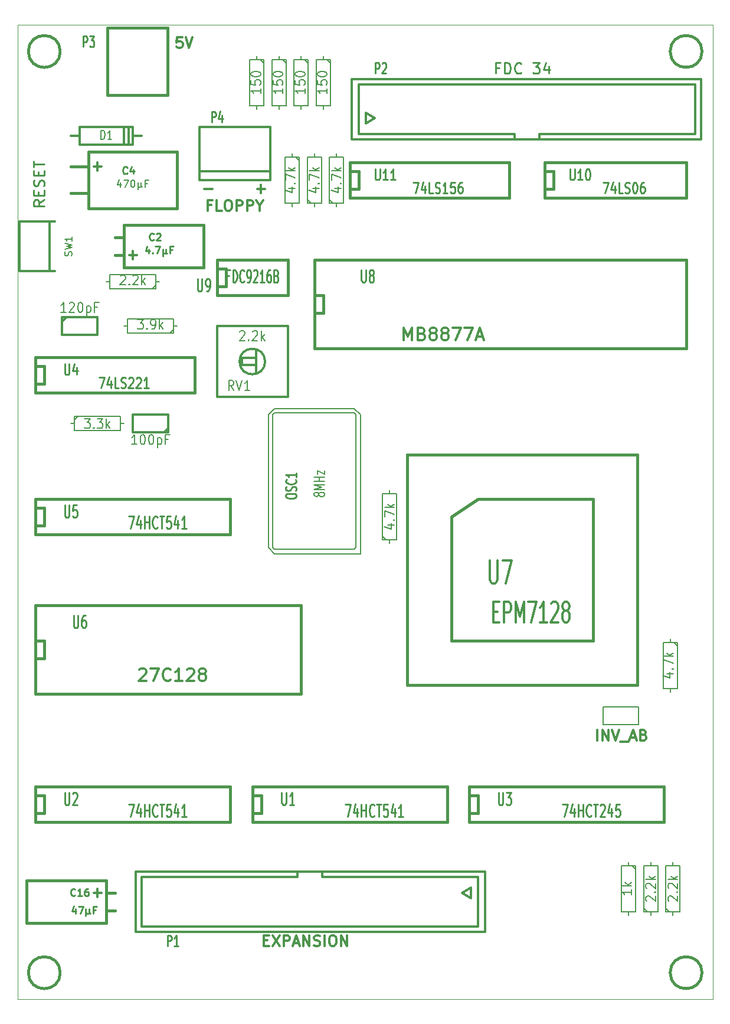
<source format=gto>
G04 (created by PCBNEW (2013-07-07 BZR 4022)-stable) date 19/03/2022 16:48:30*
%MOIN*%
G04 Gerber Fmt 3.4, Leading zero omitted, Abs format*
%FSLAX34Y34*%
G01*
G70*
G90*
G04 APERTURE LIST*
%ADD10C,0.00590551*%
%ADD11C,0.011811*%
%ADD12C,0.00393701*%
%ADD13C,0.015748*%
%ADD14C,0.015*%
%ADD15C,0.012*%
%ADD16C,0.008*%
%ADD17C,0.00787402*%
%ADD18C,0.006*%
%ADD19C,0.01*%
%ADD20C,0.01125*%
%ADD21C,0.00913386*%
G04 APERTURE END LIST*
G54D10*
G54D11*
X9287Y54301D02*
X9006Y54301D01*
X8978Y54020D01*
X9006Y54048D01*
X9062Y54076D01*
X9203Y54076D01*
X9259Y54048D01*
X9287Y54020D01*
X9315Y53964D01*
X9315Y53823D01*
X9287Y53767D01*
X9259Y53739D01*
X9203Y53710D01*
X9062Y53710D01*
X9006Y53739D01*
X8978Y53767D01*
X9484Y54301D02*
X9681Y53710D01*
X9878Y54301D01*
X10534Y45735D02*
X10984Y45735D01*
X13515Y45735D02*
X13965Y45735D01*
X13740Y45510D02*
X13740Y45960D01*
G54D12*
X39250Y55000D02*
X0Y55000D01*
X0Y0D02*
X39250Y0D01*
X0Y0D02*
X0Y55000D01*
X39250Y55000D02*
X39250Y0D01*
G54D13*
X8450Y51050D02*
X8450Y54850D01*
X5050Y54850D02*
X5050Y51050D01*
G54D14*
X8450Y54850D02*
X5050Y54850D01*
X8450Y51050D02*
X5050Y51050D01*
G54D11*
X2100Y41100D02*
X100Y41100D01*
X2100Y43900D02*
X100Y43900D01*
X100Y43900D02*
X100Y41100D01*
X1800Y43900D02*
X1800Y41100D01*
X26400Y3800D02*
X6650Y3800D01*
X6650Y7200D02*
X26400Y7200D01*
X6650Y3800D02*
X6650Y7200D01*
X26400Y3800D02*
X26400Y7200D01*
G54D15*
X25100Y6000D02*
X25600Y5700D01*
X25600Y5700D02*
X25600Y6300D01*
X25600Y6300D02*
X25100Y6000D01*
X17200Y7200D02*
X17200Y6900D01*
X17200Y6900D02*
X26000Y6900D01*
X26000Y6900D02*
X26000Y4100D01*
X26000Y4100D02*
X7000Y4100D01*
X7000Y4100D02*
X7000Y6900D01*
X7000Y6900D02*
X15800Y6900D01*
X15800Y6900D02*
X15800Y7200D01*
G54D11*
X18850Y51950D02*
X38600Y51950D01*
X38600Y48550D02*
X18850Y48550D01*
X38600Y51950D02*
X38600Y48550D01*
X18850Y51950D02*
X18850Y48550D01*
G54D15*
X20150Y49750D02*
X19650Y50050D01*
X19650Y50050D02*
X19650Y49450D01*
X19650Y49450D02*
X20150Y49750D01*
X28050Y48550D02*
X28050Y48850D01*
X28050Y48850D02*
X19250Y48850D01*
X19250Y48850D02*
X19250Y51650D01*
X19250Y51650D02*
X38250Y51650D01*
X38250Y51650D02*
X38250Y48850D01*
X38250Y48850D02*
X29450Y48850D01*
X29450Y48850D02*
X29450Y48550D01*
G54D16*
X16750Y44750D02*
X16750Y44950D01*
X16750Y47750D02*
X16750Y47550D01*
X16750Y47550D02*
X16350Y47550D01*
X16350Y47550D02*
X16350Y44950D01*
X16350Y44950D02*
X17150Y44950D01*
X17150Y44950D02*
X17150Y47550D01*
X17150Y47550D02*
X16750Y47550D01*
X16550Y44950D02*
X16350Y45150D01*
X9000Y38000D02*
X8800Y38000D01*
X6000Y38000D02*
X6200Y38000D01*
X6200Y38000D02*
X6200Y37600D01*
X6200Y37600D02*
X8800Y37600D01*
X8800Y37600D02*
X8800Y38400D01*
X8800Y38400D02*
X6200Y38400D01*
X6200Y38400D02*
X6200Y38000D01*
X8800Y37800D02*
X8600Y37600D01*
X3000Y32500D02*
X3200Y32500D01*
X6000Y32500D02*
X5800Y32500D01*
X5800Y32500D02*
X5800Y32900D01*
X5800Y32900D02*
X3200Y32900D01*
X3200Y32900D02*
X3200Y32100D01*
X3200Y32100D02*
X5800Y32100D01*
X5800Y32100D02*
X5800Y32500D01*
X3200Y32700D02*
X3400Y32900D01*
X8000Y40500D02*
X7800Y40500D01*
X5000Y40500D02*
X5200Y40500D01*
X5200Y40500D02*
X5200Y40100D01*
X5200Y40100D02*
X7800Y40100D01*
X7800Y40100D02*
X7800Y40900D01*
X7800Y40900D02*
X5200Y40900D01*
X5200Y40900D02*
X5200Y40500D01*
X7800Y40300D02*
X7600Y40100D01*
X13500Y53250D02*
X13500Y53050D01*
X13500Y50250D02*
X13500Y50450D01*
X13500Y50450D02*
X13900Y50450D01*
X13900Y50450D02*
X13900Y53050D01*
X13900Y53050D02*
X13100Y53050D01*
X13100Y53050D02*
X13100Y50450D01*
X13100Y50450D02*
X13500Y50450D01*
X13700Y53050D02*
X13900Y52850D01*
X14750Y53250D02*
X14750Y53050D01*
X14750Y50250D02*
X14750Y50450D01*
X14750Y50450D02*
X15150Y50450D01*
X15150Y50450D02*
X15150Y53050D01*
X15150Y53050D02*
X14350Y53050D01*
X14350Y53050D02*
X14350Y50450D01*
X14350Y50450D02*
X14750Y50450D01*
X14950Y53050D02*
X15150Y52850D01*
X16000Y53250D02*
X16000Y53050D01*
X16000Y50250D02*
X16000Y50450D01*
X16000Y50450D02*
X16400Y50450D01*
X16400Y50450D02*
X16400Y53050D01*
X16400Y53050D02*
X15600Y53050D01*
X15600Y53050D02*
X15600Y50450D01*
X15600Y50450D02*
X16000Y50450D01*
X16200Y53050D02*
X16400Y52850D01*
X17250Y53250D02*
X17250Y53050D01*
X17250Y50250D02*
X17250Y50450D01*
X17250Y50450D02*
X17650Y50450D01*
X17650Y50450D02*
X17650Y53050D01*
X17650Y53050D02*
X16850Y53050D01*
X16850Y53050D02*
X16850Y50450D01*
X16850Y50450D02*
X17250Y50450D01*
X17450Y53050D02*
X17650Y52850D01*
G54D14*
X26000Y28250D02*
X24500Y27250D01*
X24500Y27250D02*
X24500Y20250D01*
X24500Y20250D02*
X32500Y20250D01*
X32500Y20250D02*
X32500Y28250D01*
X35000Y30750D02*
X22000Y30750D01*
X22000Y30750D02*
X22000Y17750D01*
X22000Y17750D02*
X35000Y17750D01*
X35000Y17750D02*
X35000Y30750D01*
X32500Y28250D02*
X26000Y28250D01*
X11250Y41250D02*
X11750Y41250D01*
X11750Y41250D02*
X11750Y40250D01*
X11750Y40250D02*
X11250Y40250D01*
X11250Y41750D02*
X15250Y41750D01*
X15250Y41750D02*
X15250Y39750D01*
X15250Y39750D02*
X11250Y39750D01*
X11250Y39750D02*
X11250Y41750D01*
X16750Y39750D02*
X17250Y39750D01*
X17250Y39750D02*
X17250Y38750D01*
X17250Y38750D02*
X16750Y38750D01*
X16750Y41750D02*
X37750Y41750D01*
X37750Y41750D02*
X37750Y36750D01*
X37750Y36750D02*
X16750Y36750D01*
X16750Y36750D02*
X16750Y41750D01*
X1000Y20250D02*
X1000Y20250D01*
X1000Y20250D02*
X1500Y20250D01*
X1500Y20250D02*
X1500Y19250D01*
X1500Y19250D02*
X1000Y19250D01*
X1000Y22250D02*
X16000Y22250D01*
X16000Y22250D02*
X16000Y17250D01*
X16000Y17250D02*
X1000Y17250D01*
X1000Y17250D02*
X1000Y22250D01*
X25500Y11500D02*
X26000Y11500D01*
X26000Y11500D02*
X26000Y10500D01*
X26000Y10500D02*
X25500Y10500D01*
X25500Y12000D02*
X36500Y12000D01*
X36500Y12000D02*
X36500Y10000D01*
X36500Y10000D02*
X25500Y10000D01*
X25500Y10000D02*
X25500Y12000D01*
X1000Y11500D02*
X1500Y11500D01*
X1500Y11500D02*
X1500Y10500D01*
X1500Y10500D02*
X1000Y10500D01*
X1000Y12000D02*
X12000Y12000D01*
X12000Y12000D02*
X12000Y10000D01*
X12000Y10000D02*
X1000Y10000D01*
X1000Y10000D02*
X1000Y12000D01*
X13250Y11500D02*
X13750Y11500D01*
X13750Y11500D02*
X13750Y10500D01*
X13750Y10500D02*
X13250Y10500D01*
X13250Y12000D02*
X24250Y12000D01*
X24250Y12000D02*
X24250Y10000D01*
X24250Y10000D02*
X13250Y10000D01*
X13250Y10000D02*
X13250Y12000D01*
X1000Y27750D02*
X1500Y27750D01*
X1500Y27750D02*
X1500Y26750D01*
X1500Y26750D02*
X1000Y26750D01*
X1000Y28250D02*
X12000Y28250D01*
X12000Y28250D02*
X12000Y26250D01*
X12000Y26250D02*
X1000Y26250D01*
X1000Y26250D02*
X1000Y28250D01*
X18750Y46750D02*
X18750Y46750D01*
X18750Y46750D02*
X19250Y46750D01*
X19250Y46750D02*
X19250Y45750D01*
X19250Y45750D02*
X18750Y45750D01*
X18750Y47250D02*
X27750Y47250D01*
X27750Y47250D02*
X27750Y45250D01*
X27750Y45250D02*
X18750Y45250D01*
X18750Y45250D02*
X18750Y47250D01*
X1000Y35750D02*
X1000Y35750D01*
X1000Y35750D02*
X1500Y35750D01*
X1500Y35750D02*
X1500Y34750D01*
X1500Y34750D02*
X1000Y34750D01*
X1000Y36250D02*
X10000Y36250D01*
X10000Y36250D02*
X10000Y34250D01*
X10000Y34250D02*
X1000Y34250D01*
X1000Y34250D02*
X1000Y36250D01*
X29750Y47250D02*
X37750Y47250D01*
X37750Y45250D02*
X29750Y45250D01*
X29750Y45250D02*
X29750Y47250D01*
X29750Y46750D02*
X30250Y46750D01*
X30250Y46750D02*
X30250Y45750D01*
X30250Y45750D02*
X29750Y45750D01*
X37750Y47250D02*
X37750Y45250D01*
X10500Y41300D02*
X10500Y43700D01*
X6000Y41300D02*
X6000Y43700D01*
X10500Y41300D02*
X6000Y41300D01*
X6000Y43700D02*
X10500Y43700D01*
X5500Y42000D02*
X6000Y42000D01*
X5500Y43000D02*
X6000Y43000D01*
G54D15*
X8480Y32000D02*
X6500Y32000D01*
X6500Y32000D02*
X6500Y33000D01*
X6500Y33000D02*
X8500Y33000D01*
X8500Y33000D02*
X8500Y32000D01*
X8500Y32250D02*
X8250Y32000D01*
X2520Y38500D02*
X4500Y38500D01*
X4500Y38500D02*
X4500Y37500D01*
X4500Y37500D02*
X2500Y37500D01*
X2500Y37500D02*
X2500Y38500D01*
X2500Y38250D02*
X2750Y38500D01*
G54D17*
X14150Y33000D02*
X14150Y29950D01*
X19350Y33000D02*
X19350Y29950D01*
X19100Y30000D02*
X19100Y33000D01*
X14400Y33000D02*
X14400Y30000D01*
G54D16*
X14400Y25500D02*
X14500Y25400D01*
X14500Y25400D02*
X19000Y25400D01*
X19000Y25400D02*
X19100Y25500D01*
X19100Y25500D02*
X19100Y30000D01*
X19100Y33000D02*
X19000Y33100D01*
X19000Y33100D02*
X14500Y33100D01*
X14500Y33100D02*
X14400Y33000D01*
X14400Y30000D02*
X14400Y25500D01*
X14150Y25500D02*
X14500Y25150D01*
X14500Y25150D02*
X19350Y25150D01*
X19350Y25150D02*
X19350Y30000D01*
X19350Y33000D02*
X19000Y33350D01*
X19000Y33350D02*
X14500Y33350D01*
X14500Y33350D02*
X14150Y33000D01*
X14150Y30000D02*
X14150Y25500D01*
X18000Y44750D02*
X18000Y44950D01*
X18000Y47750D02*
X18000Y47550D01*
X18000Y47550D02*
X17600Y47550D01*
X17600Y47550D02*
X17600Y44950D01*
X17600Y44950D02*
X18400Y44950D01*
X18400Y44950D02*
X18400Y47550D01*
X18400Y47550D02*
X18000Y47550D01*
X17800Y44950D02*
X17600Y45150D01*
G54D15*
X3500Y49250D02*
X6500Y49250D01*
X6500Y49250D02*
X6500Y48250D01*
X6500Y48250D02*
X3500Y48250D01*
X3500Y48250D02*
X3500Y49250D01*
X6250Y49250D02*
X6250Y48250D01*
X6000Y48250D02*
X6000Y49250D01*
X3500Y48750D02*
X3000Y48750D01*
X6500Y48750D02*
X7000Y48750D01*
G54D14*
X9000Y44650D02*
X9000Y47850D01*
X4000Y47850D02*
X4000Y44650D01*
X4000Y44650D02*
X9000Y44650D01*
X4000Y47850D02*
X9000Y47850D01*
X3000Y45500D02*
X4000Y45500D01*
X3000Y47000D02*
X4000Y47000D01*
G54D11*
X13450Y35800D02*
X12650Y35800D01*
X12650Y35800D02*
X12650Y36200D01*
X12650Y36200D02*
X13450Y36200D01*
X13450Y35400D02*
X13450Y36600D01*
X13971Y36000D02*
G75*
G03X13971Y36000I-721J0D01*
G74*
G01*
X15250Y34000D02*
X15250Y38000D01*
X15250Y38000D02*
X11250Y38000D01*
X11250Y38000D02*
X11250Y34000D01*
X11250Y34000D02*
X15250Y34000D01*
G54D15*
X14250Y46750D02*
X10250Y46750D01*
X14250Y46250D02*
X14250Y49250D01*
X14250Y49250D02*
X10250Y49250D01*
X10250Y49250D02*
X10250Y46250D01*
X10250Y46250D02*
X14250Y46250D01*
G54D14*
X2400Y53500D02*
G75*
G03X2400Y53500I-900J0D01*
G74*
G01*
X38650Y53500D02*
G75*
G03X38650Y53500I-900J0D01*
G74*
G01*
X38650Y1500D02*
G75*
G03X38650Y1500I-900J0D01*
G74*
G01*
X2400Y1500D02*
G75*
G03X2400Y1500I-900J0D01*
G74*
G01*
G54D16*
X35750Y4750D02*
X35750Y4950D01*
X35750Y7750D02*
X35750Y7550D01*
X35750Y7550D02*
X35350Y7550D01*
X35350Y7550D02*
X35350Y4950D01*
X35350Y4950D02*
X36150Y4950D01*
X36150Y4950D02*
X36150Y7550D01*
X36150Y7550D02*
X35750Y7550D01*
X35550Y4950D02*
X35350Y5150D01*
X37000Y4750D02*
X37000Y4950D01*
X37000Y7750D02*
X37000Y7550D01*
X37000Y7550D02*
X36600Y7550D01*
X36600Y7550D02*
X36600Y4950D01*
X36600Y4950D02*
X37400Y4950D01*
X37400Y4950D02*
X37400Y7550D01*
X37400Y7550D02*
X37000Y7550D01*
X36800Y4950D02*
X36600Y5150D01*
X34500Y7750D02*
X34500Y7550D01*
X34500Y4750D02*
X34500Y4950D01*
X34500Y4950D02*
X34900Y4950D01*
X34900Y4950D02*
X34900Y7550D01*
X34900Y7550D02*
X34100Y7550D01*
X34100Y7550D02*
X34100Y4950D01*
X34100Y4950D02*
X34500Y4950D01*
X34700Y7550D02*
X34900Y7350D01*
G54D14*
X500Y6700D02*
X500Y4300D01*
X5000Y6700D02*
X5000Y4300D01*
X500Y6700D02*
X5000Y6700D01*
X5000Y4300D02*
X500Y4300D01*
X5500Y6000D02*
X5000Y6000D01*
X5500Y5000D02*
X5000Y5000D01*
G54D16*
X21000Y25750D02*
X21000Y25950D01*
X21000Y28750D02*
X21000Y28550D01*
X21000Y28550D02*
X20600Y28550D01*
X20600Y28550D02*
X20600Y25950D01*
X20600Y25950D02*
X21400Y25950D01*
X21400Y25950D02*
X21400Y28550D01*
X21400Y28550D02*
X21000Y28550D01*
X20800Y25950D02*
X20600Y26150D01*
X15500Y47750D02*
X15500Y47550D01*
X15500Y44750D02*
X15500Y44950D01*
X15500Y44950D02*
X15900Y44950D01*
X15900Y44950D02*
X15900Y47550D01*
X15900Y47550D02*
X15100Y47550D01*
X15100Y47550D02*
X15100Y44950D01*
X15100Y44950D02*
X15500Y44950D01*
X15700Y47550D02*
X15900Y47350D01*
X36850Y20350D02*
X36850Y20150D01*
X36850Y17350D02*
X36850Y17550D01*
X36850Y17550D02*
X37250Y17550D01*
X37250Y17550D02*
X37250Y20150D01*
X37250Y20150D02*
X36450Y20150D01*
X36450Y20150D02*
X36450Y17550D01*
X36450Y17550D02*
X36850Y17550D01*
X37050Y20150D02*
X37250Y19950D01*
G54D18*
X35050Y16500D02*
X35050Y15500D01*
X35050Y15500D02*
X33050Y15500D01*
X33050Y15500D02*
X33050Y16500D01*
X33050Y16500D02*
X35050Y16500D01*
G54D19*
X3704Y53757D02*
X3704Y54357D01*
X3857Y54357D01*
X3895Y54328D01*
X3914Y54300D01*
X3933Y54242D01*
X3933Y54157D01*
X3914Y54100D01*
X3895Y54071D01*
X3857Y54042D01*
X3704Y54042D01*
X4066Y54357D02*
X4314Y54357D01*
X4180Y54128D01*
X4238Y54128D01*
X4276Y54100D01*
X4295Y54071D01*
X4314Y54014D01*
X4314Y53871D01*
X4295Y53814D01*
X4276Y53785D01*
X4238Y53757D01*
X4123Y53757D01*
X4085Y53785D01*
X4066Y53814D01*
G54D16*
X3042Y41966D02*
X3061Y42023D01*
X3061Y42119D01*
X3042Y42157D01*
X3023Y42176D01*
X2985Y42195D01*
X2947Y42195D01*
X2909Y42176D01*
X2890Y42157D01*
X2871Y42119D01*
X2852Y42042D01*
X2833Y42004D01*
X2814Y41985D01*
X2776Y41966D01*
X2738Y41966D01*
X2700Y41985D01*
X2680Y42004D01*
X2661Y42042D01*
X2661Y42138D01*
X2680Y42195D01*
X2661Y42328D02*
X3061Y42423D01*
X2776Y42500D01*
X3061Y42576D01*
X2661Y42671D01*
X3061Y43033D02*
X3061Y42804D01*
X3061Y42919D02*
X2661Y42919D01*
X2719Y42880D01*
X2757Y42842D01*
X2776Y42804D01*
G54D19*
X1492Y45128D02*
X1207Y44928D01*
X1492Y44785D02*
X892Y44785D01*
X892Y45014D01*
X921Y45071D01*
X950Y45100D01*
X1007Y45128D01*
X1092Y45128D01*
X1150Y45100D01*
X1178Y45071D01*
X1207Y45014D01*
X1207Y44785D01*
X1178Y45385D02*
X1178Y45585D01*
X1492Y45671D02*
X1492Y45385D01*
X892Y45385D01*
X892Y45671D01*
X1464Y45900D02*
X1492Y45985D01*
X1492Y46128D01*
X1464Y46185D01*
X1435Y46214D01*
X1378Y46242D01*
X1321Y46242D01*
X1264Y46214D01*
X1235Y46185D01*
X1207Y46128D01*
X1178Y46014D01*
X1150Y45957D01*
X1121Y45928D01*
X1064Y45900D01*
X1007Y45900D01*
X950Y45928D01*
X921Y45957D01*
X892Y46014D01*
X892Y46157D01*
X921Y46242D01*
X1178Y46500D02*
X1178Y46700D01*
X1492Y46785D02*
X1492Y46500D01*
X892Y46500D01*
X892Y46785D01*
X892Y46957D02*
X892Y47300D01*
X1492Y47128D02*
X892Y47128D01*
X8454Y3007D02*
X8454Y3607D01*
X8607Y3607D01*
X8645Y3578D01*
X8664Y3550D01*
X8683Y3492D01*
X8683Y3407D01*
X8664Y3350D01*
X8645Y3321D01*
X8607Y3292D01*
X8454Y3292D01*
X9064Y3007D02*
X8835Y3007D01*
X8950Y3007D02*
X8950Y3607D01*
X8911Y3521D01*
X8873Y3464D01*
X8835Y3435D01*
G54D15*
X13907Y3321D02*
X14107Y3321D01*
X14192Y3007D02*
X13907Y3007D01*
X13907Y3607D01*
X14192Y3607D01*
X14392Y3607D02*
X14792Y3007D01*
X14792Y3607D02*
X14392Y3007D01*
X15021Y3007D02*
X15021Y3607D01*
X15250Y3607D01*
X15307Y3578D01*
X15335Y3550D01*
X15364Y3492D01*
X15364Y3407D01*
X15335Y3350D01*
X15307Y3321D01*
X15250Y3292D01*
X15021Y3292D01*
X15592Y3178D02*
X15878Y3178D01*
X15535Y3007D02*
X15735Y3607D01*
X15935Y3007D01*
X16135Y3007D02*
X16135Y3607D01*
X16478Y3007D01*
X16478Y3607D01*
X16735Y3035D02*
X16821Y3007D01*
X16964Y3007D01*
X17021Y3035D01*
X17050Y3064D01*
X17078Y3121D01*
X17078Y3178D01*
X17050Y3235D01*
X17021Y3264D01*
X16964Y3292D01*
X16850Y3321D01*
X16792Y3350D01*
X16764Y3378D01*
X16735Y3435D01*
X16735Y3492D01*
X16764Y3550D01*
X16792Y3578D01*
X16850Y3607D01*
X16992Y3607D01*
X17078Y3578D01*
X17335Y3007D02*
X17335Y3607D01*
X17735Y3607D02*
X17850Y3607D01*
X17907Y3578D01*
X17964Y3521D01*
X17992Y3407D01*
X17992Y3207D01*
X17964Y3092D01*
X17907Y3035D01*
X17850Y3007D01*
X17735Y3007D01*
X17678Y3035D01*
X17621Y3092D01*
X17592Y3207D01*
X17592Y3407D01*
X17621Y3521D01*
X17678Y3578D01*
X17735Y3607D01*
X18250Y3007D02*
X18250Y3607D01*
X18592Y3007D01*
X18592Y3607D01*
G54D19*
X20204Y52257D02*
X20204Y52857D01*
X20357Y52857D01*
X20395Y52828D01*
X20414Y52800D01*
X20433Y52742D01*
X20433Y52657D01*
X20414Y52600D01*
X20395Y52571D01*
X20357Y52542D01*
X20204Y52542D01*
X20585Y52800D02*
X20604Y52828D01*
X20642Y52857D01*
X20738Y52857D01*
X20776Y52828D01*
X20795Y52800D01*
X20814Y52742D01*
X20814Y52685D01*
X20795Y52600D01*
X20566Y52257D01*
X20814Y52257D01*
X27185Y52571D02*
X26985Y52571D01*
X26985Y52257D02*
X26985Y52857D01*
X27271Y52857D01*
X27500Y52257D02*
X27500Y52857D01*
X27642Y52857D01*
X27728Y52828D01*
X27785Y52771D01*
X27814Y52714D01*
X27842Y52600D01*
X27842Y52514D01*
X27814Y52400D01*
X27785Y52342D01*
X27728Y52285D01*
X27642Y52257D01*
X27500Y52257D01*
X28442Y52314D02*
X28414Y52285D01*
X28328Y52257D01*
X28271Y52257D01*
X28185Y52285D01*
X28128Y52342D01*
X28100Y52400D01*
X28071Y52514D01*
X28071Y52600D01*
X28100Y52714D01*
X28128Y52771D01*
X28185Y52828D01*
X28271Y52857D01*
X28328Y52857D01*
X28414Y52828D01*
X28442Y52800D01*
X29100Y52857D02*
X29471Y52857D01*
X29271Y52628D01*
X29357Y52628D01*
X29414Y52600D01*
X29442Y52571D01*
X29471Y52514D01*
X29471Y52371D01*
X29442Y52314D01*
X29414Y52285D01*
X29357Y52257D01*
X29185Y52257D01*
X29128Y52285D01*
X29100Y52314D01*
X29985Y52657D02*
X29985Y52257D01*
X29842Y52885D02*
X29700Y52457D01*
X30071Y52457D01*
G54D16*
X16655Y45785D02*
X17022Y45785D01*
X16446Y45666D02*
X16839Y45547D01*
X16839Y45857D01*
X16970Y46047D02*
X16996Y46071D01*
X17022Y46047D01*
X16996Y46023D01*
X16970Y46047D01*
X17022Y46047D01*
X16472Y46238D02*
X16472Y46571D01*
X17022Y46357D01*
X17022Y46761D02*
X16472Y46761D01*
X16813Y46809D02*
X17022Y46952D01*
X16655Y46952D02*
X16865Y46761D01*
X6773Y38377D02*
X7083Y38377D01*
X6916Y38167D01*
X6988Y38167D01*
X7035Y38141D01*
X7059Y38115D01*
X7083Y38063D01*
X7083Y37932D01*
X7059Y37879D01*
X7035Y37853D01*
X6988Y37827D01*
X6845Y37827D01*
X6797Y37853D01*
X6773Y37879D01*
X7297Y37879D02*
X7321Y37853D01*
X7297Y37827D01*
X7273Y37853D01*
X7297Y37879D01*
X7297Y37827D01*
X7559Y37827D02*
X7654Y37827D01*
X7702Y37853D01*
X7726Y37879D01*
X7773Y37958D01*
X7797Y38063D01*
X7797Y38272D01*
X7773Y38325D01*
X7750Y38351D01*
X7702Y38377D01*
X7607Y38377D01*
X7559Y38351D01*
X7535Y38325D01*
X7511Y38272D01*
X7511Y38141D01*
X7535Y38089D01*
X7559Y38063D01*
X7607Y38036D01*
X7702Y38036D01*
X7750Y38063D01*
X7773Y38089D01*
X7797Y38141D01*
X8011Y37827D02*
X8011Y38377D01*
X8059Y38036D02*
X8202Y37827D01*
X8202Y38194D02*
X8011Y37984D01*
X3773Y32777D02*
X4083Y32777D01*
X3916Y32567D01*
X3988Y32567D01*
X4035Y32541D01*
X4059Y32515D01*
X4083Y32463D01*
X4083Y32332D01*
X4059Y32279D01*
X4035Y32253D01*
X3988Y32227D01*
X3845Y32227D01*
X3797Y32253D01*
X3773Y32279D01*
X4297Y32279D02*
X4321Y32253D01*
X4297Y32227D01*
X4273Y32253D01*
X4297Y32279D01*
X4297Y32227D01*
X4488Y32777D02*
X4797Y32777D01*
X4630Y32567D01*
X4702Y32567D01*
X4750Y32541D01*
X4773Y32515D01*
X4797Y32463D01*
X4797Y32332D01*
X4773Y32279D01*
X4750Y32253D01*
X4702Y32227D01*
X4559Y32227D01*
X4511Y32253D01*
X4488Y32279D01*
X5011Y32227D02*
X5011Y32777D01*
X5059Y32436D02*
X5202Y32227D01*
X5202Y32594D02*
X5011Y32384D01*
X5797Y40825D02*
X5821Y40851D01*
X5869Y40877D01*
X5988Y40877D01*
X6035Y40851D01*
X6059Y40825D01*
X6083Y40772D01*
X6083Y40720D01*
X6059Y40641D01*
X5773Y40327D01*
X6083Y40327D01*
X6297Y40379D02*
X6321Y40353D01*
X6297Y40327D01*
X6273Y40353D01*
X6297Y40379D01*
X6297Y40327D01*
X6511Y40825D02*
X6535Y40851D01*
X6583Y40877D01*
X6702Y40877D01*
X6750Y40851D01*
X6773Y40825D01*
X6797Y40772D01*
X6797Y40720D01*
X6773Y40641D01*
X6488Y40327D01*
X6797Y40327D01*
X7011Y40327D02*
X7011Y40877D01*
X7059Y40536D02*
X7202Y40327D01*
X7202Y40694D02*
X7011Y40484D01*
X13722Y51416D02*
X13722Y51130D01*
X13722Y51273D02*
X13172Y51273D01*
X13251Y51226D01*
X13303Y51178D01*
X13329Y51130D01*
X13172Y51869D02*
X13172Y51630D01*
X13434Y51607D01*
X13408Y51630D01*
X13382Y51678D01*
X13382Y51797D01*
X13408Y51845D01*
X13434Y51869D01*
X13486Y51892D01*
X13617Y51892D01*
X13670Y51869D01*
X13696Y51845D01*
X13722Y51797D01*
X13722Y51678D01*
X13696Y51630D01*
X13670Y51607D01*
X13172Y52202D02*
X13172Y52250D01*
X13198Y52297D01*
X13225Y52321D01*
X13277Y52345D01*
X13382Y52369D01*
X13513Y52369D01*
X13617Y52345D01*
X13670Y52321D01*
X13696Y52297D01*
X13722Y52250D01*
X13722Y52202D01*
X13696Y52154D01*
X13670Y52130D01*
X13617Y52107D01*
X13513Y52083D01*
X13382Y52083D01*
X13277Y52107D01*
X13225Y52130D01*
X13198Y52154D01*
X13172Y52202D01*
X14972Y51416D02*
X14972Y51130D01*
X14972Y51273D02*
X14422Y51273D01*
X14501Y51226D01*
X14553Y51178D01*
X14579Y51130D01*
X14422Y51869D02*
X14422Y51630D01*
X14684Y51607D01*
X14658Y51630D01*
X14632Y51678D01*
X14632Y51797D01*
X14658Y51845D01*
X14684Y51869D01*
X14736Y51892D01*
X14867Y51892D01*
X14920Y51869D01*
X14946Y51845D01*
X14972Y51797D01*
X14972Y51678D01*
X14946Y51630D01*
X14920Y51607D01*
X14422Y52202D02*
X14422Y52250D01*
X14448Y52297D01*
X14475Y52321D01*
X14527Y52345D01*
X14632Y52369D01*
X14763Y52369D01*
X14867Y52345D01*
X14920Y52321D01*
X14946Y52297D01*
X14972Y52250D01*
X14972Y52202D01*
X14946Y52154D01*
X14920Y52130D01*
X14867Y52107D01*
X14763Y52083D01*
X14632Y52083D01*
X14527Y52107D01*
X14475Y52130D01*
X14448Y52154D01*
X14422Y52202D01*
X16222Y51416D02*
X16222Y51130D01*
X16222Y51273D02*
X15672Y51273D01*
X15751Y51226D01*
X15803Y51178D01*
X15829Y51130D01*
X15672Y51869D02*
X15672Y51630D01*
X15934Y51607D01*
X15908Y51630D01*
X15882Y51678D01*
X15882Y51797D01*
X15908Y51845D01*
X15934Y51869D01*
X15986Y51892D01*
X16117Y51892D01*
X16170Y51869D01*
X16196Y51845D01*
X16222Y51797D01*
X16222Y51678D01*
X16196Y51630D01*
X16170Y51607D01*
X15672Y52202D02*
X15672Y52250D01*
X15698Y52297D01*
X15725Y52321D01*
X15777Y52345D01*
X15882Y52369D01*
X16013Y52369D01*
X16117Y52345D01*
X16170Y52321D01*
X16196Y52297D01*
X16222Y52250D01*
X16222Y52202D01*
X16196Y52154D01*
X16170Y52130D01*
X16117Y52107D01*
X16013Y52083D01*
X15882Y52083D01*
X15777Y52107D01*
X15725Y52130D01*
X15698Y52154D01*
X15672Y52202D01*
X17472Y51416D02*
X17472Y51130D01*
X17472Y51273D02*
X16922Y51273D01*
X17001Y51226D01*
X17053Y51178D01*
X17079Y51130D01*
X16922Y51869D02*
X16922Y51630D01*
X17184Y51607D01*
X17158Y51630D01*
X17132Y51678D01*
X17132Y51797D01*
X17158Y51845D01*
X17184Y51869D01*
X17236Y51892D01*
X17367Y51892D01*
X17420Y51869D01*
X17446Y51845D01*
X17472Y51797D01*
X17472Y51678D01*
X17446Y51630D01*
X17420Y51607D01*
X16922Y52202D02*
X16922Y52250D01*
X16948Y52297D01*
X16975Y52321D01*
X17027Y52345D01*
X17132Y52369D01*
X17263Y52369D01*
X17367Y52345D01*
X17420Y52321D01*
X17446Y52297D01*
X17472Y52250D01*
X17472Y52202D01*
X17446Y52154D01*
X17420Y52130D01*
X17367Y52107D01*
X17263Y52083D01*
X17132Y52083D01*
X17027Y52107D01*
X16975Y52130D01*
X16948Y52154D01*
X16922Y52202D01*
G54D15*
X26665Y24782D02*
X26665Y23718D01*
X26702Y23593D01*
X26738Y23530D01*
X26811Y23468D01*
X26957Y23468D01*
X27030Y23530D01*
X27067Y23593D01*
X27103Y23718D01*
X27103Y24782D01*
X27396Y24782D02*
X27907Y24782D01*
X27578Y23468D01*
X26868Y21886D02*
X27091Y21886D01*
X27186Y21286D02*
X26868Y21286D01*
X26868Y22430D01*
X27186Y22430D01*
X27473Y21286D02*
X27473Y22430D01*
X27727Y22430D01*
X27791Y22376D01*
X27823Y22322D01*
X27854Y22213D01*
X27854Y22049D01*
X27823Y21940D01*
X27791Y21886D01*
X27727Y21831D01*
X27473Y21831D01*
X28141Y21286D02*
X28141Y22430D01*
X28363Y21613D01*
X28586Y22430D01*
X28586Y21286D01*
X28840Y22430D02*
X29286Y22430D01*
X29000Y21286D01*
X29890Y21286D02*
X29508Y21286D01*
X29699Y21286D02*
X29699Y22430D01*
X29636Y22267D01*
X29572Y22158D01*
X29508Y22104D01*
X30145Y22322D02*
X30176Y22376D01*
X30240Y22430D01*
X30399Y22430D01*
X30463Y22376D01*
X30495Y22322D01*
X30526Y22213D01*
X30526Y22104D01*
X30495Y21940D01*
X30113Y21286D01*
X30526Y21286D01*
X30908Y21940D02*
X30844Y21995D01*
X30813Y22049D01*
X30781Y22158D01*
X30781Y22213D01*
X30813Y22322D01*
X30844Y22376D01*
X30908Y22430D01*
X31035Y22430D01*
X31099Y22376D01*
X31131Y22322D01*
X31163Y22213D01*
X31163Y22158D01*
X31131Y22049D01*
X31099Y21995D01*
X31035Y21940D01*
X30908Y21940D01*
X30844Y21886D01*
X30813Y21831D01*
X30781Y21722D01*
X30781Y21504D01*
X30813Y21395D01*
X30844Y21341D01*
X30908Y21286D01*
X31035Y21286D01*
X31099Y21341D01*
X31131Y21395D01*
X31163Y21504D01*
X31163Y21722D01*
X31131Y21831D01*
X31099Y21886D01*
X31035Y21940D01*
G54D20*
X10157Y40666D02*
X10157Y40100D01*
X10178Y40033D01*
X10200Y40000D01*
X10242Y39966D01*
X10328Y39966D01*
X10371Y40000D01*
X10392Y40033D01*
X10414Y40100D01*
X10414Y40666D01*
X10650Y39966D02*
X10735Y39966D01*
X10778Y40000D01*
X10800Y40033D01*
X10842Y40133D01*
X10864Y40266D01*
X10864Y40533D01*
X10842Y40600D01*
X10821Y40633D01*
X10778Y40666D01*
X10692Y40666D01*
X10650Y40633D01*
X10628Y40600D01*
X10607Y40533D01*
X10607Y40366D01*
X10628Y40300D01*
X10650Y40266D01*
X10692Y40233D01*
X10778Y40233D01*
X10821Y40266D01*
X10842Y40300D01*
X10864Y40366D01*
G54D15*
G54D19*
X11945Y40833D02*
X11811Y40833D01*
X11811Y40466D02*
X11811Y41166D01*
X12002Y41166D01*
X12154Y40466D02*
X12154Y41166D01*
X12250Y41166D01*
X12307Y41133D01*
X12345Y41066D01*
X12364Y41000D01*
X12383Y40866D01*
X12383Y40766D01*
X12364Y40633D01*
X12345Y40566D01*
X12307Y40500D01*
X12250Y40466D01*
X12154Y40466D01*
X12783Y40533D02*
X12764Y40500D01*
X12707Y40466D01*
X12669Y40466D01*
X12611Y40500D01*
X12573Y40566D01*
X12554Y40633D01*
X12535Y40766D01*
X12535Y40866D01*
X12554Y41000D01*
X12573Y41066D01*
X12611Y41133D01*
X12669Y41166D01*
X12707Y41166D01*
X12764Y41133D01*
X12783Y41100D01*
X12973Y40466D02*
X13050Y40466D01*
X13088Y40500D01*
X13107Y40533D01*
X13145Y40633D01*
X13164Y40766D01*
X13164Y41033D01*
X13145Y41100D01*
X13126Y41133D01*
X13088Y41166D01*
X13011Y41166D01*
X12973Y41133D01*
X12954Y41100D01*
X12935Y41033D01*
X12935Y40866D01*
X12954Y40800D01*
X12973Y40766D01*
X13011Y40733D01*
X13088Y40733D01*
X13126Y40766D01*
X13145Y40800D01*
X13164Y40866D01*
X13316Y41100D02*
X13335Y41133D01*
X13373Y41166D01*
X13469Y41166D01*
X13507Y41133D01*
X13526Y41100D01*
X13545Y41033D01*
X13545Y40966D01*
X13526Y40866D01*
X13297Y40466D01*
X13545Y40466D01*
X13926Y40466D02*
X13697Y40466D01*
X13811Y40466D02*
X13811Y41166D01*
X13773Y41066D01*
X13735Y41000D01*
X13697Y40966D01*
X14269Y41166D02*
X14192Y41166D01*
X14154Y41133D01*
X14135Y41100D01*
X14097Y41000D01*
X14078Y40866D01*
X14078Y40600D01*
X14097Y40533D01*
X14116Y40500D01*
X14154Y40466D01*
X14230Y40466D01*
X14269Y40500D01*
X14288Y40533D01*
X14307Y40600D01*
X14307Y40766D01*
X14288Y40833D01*
X14269Y40866D01*
X14230Y40900D01*
X14154Y40900D01*
X14116Y40866D01*
X14097Y40833D01*
X14078Y40766D01*
X14611Y40833D02*
X14669Y40800D01*
X14688Y40766D01*
X14707Y40700D01*
X14707Y40600D01*
X14688Y40533D01*
X14669Y40500D01*
X14630Y40466D01*
X14478Y40466D01*
X14478Y41166D01*
X14611Y41166D01*
X14650Y41133D01*
X14669Y41100D01*
X14688Y41033D01*
X14688Y40966D01*
X14669Y40900D01*
X14650Y40866D01*
X14611Y40833D01*
X14478Y40833D01*
G54D15*
G54D20*
X19407Y41166D02*
X19407Y40600D01*
X19428Y40533D01*
X19450Y40500D01*
X19492Y40466D01*
X19578Y40466D01*
X19621Y40500D01*
X19642Y40533D01*
X19664Y40600D01*
X19664Y41166D01*
X19942Y40866D02*
X19900Y40900D01*
X19878Y40933D01*
X19857Y41000D01*
X19857Y41033D01*
X19878Y41100D01*
X19900Y41133D01*
X19942Y41166D01*
X20028Y41166D01*
X20071Y41133D01*
X20092Y41100D01*
X20114Y41033D01*
X20114Y41000D01*
X20092Y40933D01*
X20071Y40900D01*
X20028Y40866D01*
X19942Y40866D01*
X19900Y40833D01*
X19878Y40800D01*
X19857Y40733D01*
X19857Y40600D01*
X19878Y40533D01*
X19900Y40500D01*
X19942Y40466D01*
X20028Y40466D01*
X20071Y40500D01*
X20092Y40533D01*
X20114Y40600D01*
X20114Y40733D01*
X20092Y40800D01*
X20071Y40833D01*
X20028Y40866D01*
G54D15*
X21783Y37216D02*
X21783Y37916D01*
X22016Y37416D01*
X22250Y37916D01*
X22250Y37216D01*
X22816Y37583D02*
X22916Y37550D01*
X22950Y37516D01*
X22983Y37450D01*
X22983Y37350D01*
X22950Y37283D01*
X22916Y37250D01*
X22850Y37216D01*
X22583Y37216D01*
X22583Y37916D01*
X22816Y37916D01*
X22883Y37883D01*
X22916Y37850D01*
X22950Y37783D01*
X22950Y37716D01*
X22916Y37650D01*
X22883Y37616D01*
X22816Y37583D01*
X22583Y37583D01*
X23383Y37616D02*
X23316Y37650D01*
X23283Y37683D01*
X23250Y37750D01*
X23250Y37783D01*
X23283Y37850D01*
X23316Y37883D01*
X23383Y37916D01*
X23516Y37916D01*
X23583Y37883D01*
X23616Y37850D01*
X23650Y37783D01*
X23650Y37750D01*
X23616Y37683D01*
X23583Y37650D01*
X23516Y37616D01*
X23383Y37616D01*
X23316Y37583D01*
X23283Y37550D01*
X23250Y37483D01*
X23250Y37350D01*
X23283Y37283D01*
X23316Y37250D01*
X23383Y37216D01*
X23516Y37216D01*
X23583Y37250D01*
X23616Y37283D01*
X23650Y37350D01*
X23650Y37483D01*
X23616Y37550D01*
X23583Y37583D01*
X23516Y37616D01*
X24050Y37616D02*
X23983Y37650D01*
X23950Y37683D01*
X23916Y37750D01*
X23916Y37783D01*
X23950Y37850D01*
X23983Y37883D01*
X24050Y37916D01*
X24183Y37916D01*
X24250Y37883D01*
X24283Y37850D01*
X24316Y37783D01*
X24316Y37750D01*
X24283Y37683D01*
X24250Y37650D01*
X24183Y37616D01*
X24050Y37616D01*
X23983Y37583D01*
X23950Y37550D01*
X23916Y37483D01*
X23916Y37350D01*
X23950Y37283D01*
X23983Y37250D01*
X24050Y37216D01*
X24183Y37216D01*
X24250Y37250D01*
X24283Y37283D01*
X24316Y37350D01*
X24316Y37483D01*
X24283Y37550D01*
X24250Y37583D01*
X24183Y37616D01*
X24550Y37916D02*
X25016Y37916D01*
X24716Y37216D01*
X25216Y37916D02*
X25683Y37916D01*
X25383Y37216D01*
X25916Y37416D02*
X26249Y37416D01*
X25849Y37216D02*
X26083Y37916D01*
X26316Y37216D01*
G54D20*
X3157Y21666D02*
X3157Y21100D01*
X3178Y21033D01*
X3200Y21000D01*
X3242Y20966D01*
X3328Y20966D01*
X3371Y21000D01*
X3392Y21033D01*
X3414Y21100D01*
X3414Y21666D01*
X3821Y21666D02*
X3735Y21666D01*
X3692Y21633D01*
X3671Y21600D01*
X3628Y21500D01*
X3607Y21366D01*
X3607Y21100D01*
X3628Y21033D01*
X3650Y21000D01*
X3692Y20966D01*
X3778Y20966D01*
X3821Y21000D01*
X3842Y21033D01*
X3864Y21100D01*
X3864Y21266D01*
X3842Y21333D01*
X3821Y21366D01*
X3778Y21400D01*
X3692Y21400D01*
X3650Y21366D01*
X3628Y21333D01*
X3607Y21266D01*
G54D15*
X6866Y18600D02*
X6900Y18633D01*
X6966Y18666D01*
X7133Y18666D01*
X7200Y18633D01*
X7233Y18600D01*
X7266Y18533D01*
X7266Y18466D01*
X7233Y18366D01*
X6833Y17966D01*
X7266Y17966D01*
X7500Y18666D02*
X7966Y18666D01*
X7666Y17966D01*
X8633Y18033D02*
X8600Y18000D01*
X8500Y17966D01*
X8433Y17966D01*
X8333Y18000D01*
X8266Y18066D01*
X8233Y18133D01*
X8200Y18266D01*
X8200Y18366D01*
X8233Y18500D01*
X8266Y18566D01*
X8333Y18633D01*
X8433Y18666D01*
X8500Y18666D01*
X8600Y18633D01*
X8633Y18600D01*
X9300Y17966D02*
X8900Y17966D01*
X9100Y17966D02*
X9100Y18666D01*
X9033Y18566D01*
X8966Y18500D01*
X8900Y18466D01*
X9566Y18600D02*
X9600Y18633D01*
X9666Y18666D01*
X9833Y18666D01*
X9900Y18633D01*
X9933Y18600D01*
X9966Y18533D01*
X9966Y18466D01*
X9933Y18366D01*
X9533Y17966D01*
X9966Y17966D01*
X10366Y18366D02*
X10300Y18400D01*
X10266Y18433D01*
X10233Y18500D01*
X10233Y18533D01*
X10266Y18600D01*
X10300Y18633D01*
X10366Y18666D01*
X10500Y18666D01*
X10566Y18633D01*
X10600Y18600D01*
X10633Y18533D01*
X10633Y18500D01*
X10600Y18433D01*
X10566Y18400D01*
X10500Y18366D01*
X10366Y18366D01*
X10300Y18333D01*
X10266Y18300D01*
X10233Y18233D01*
X10233Y18100D01*
X10266Y18033D01*
X10300Y18000D01*
X10366Y17966D01*
X10500Y17966D01*
X10566Y18000D01*
X10600Y18033D01*
X10633Y18100D01*
X10633Y18233D01*
X10600Y18300D01*
X10566Y18333D01*
X10500Y18366D01*
G54D20*
X27157Y11666D02*
X27157Y11100D01*
X27178Y11033D01*
X27200Y11000D01*
X27242Y10966D01*
X27328Y10966D01*
X27371Y11000D01*
X27392Y11033D01*
X27414Y11100D01*
X27414Y11666D01*
X27585Y11666D02*
X27864Y11666D01*
X27714Y11400D01*
X27778Y11400D01*
X27821Y11366D01*
X27842Y11333D01*
X27864Y11266D01*
X27864Y11100D01*
X27842Y11033D01*
X27821Y11000D01*
X27778Y10966D01*
X27650Y10966D01*
X27607Y11000D01*
X27585Y11033D01*
G54D15*
G54D20*
X30760Y11016D02*
X31060Y11016D01*
X30867Y10316D01*
X31425Y10783D02*
X31425Y10316D01*
X31317Y11050D02*
X31210Y10550D01*
X31489Y10550D01*
X31660Y10316D02*
X31660Y11016D01*
X31660Y10683D02*
X31917Y10683D01*
X31917Y10316D02*
X31917Y11016D01*
X32389Y10383D02*
X32367Y10350D01*
X32303Y10316D01*
X32260Y10316D01*
X32196Y10350D01*
X32153Y10416D01*
X32132Y10483D01*
X32110Y10616D01*
X32110Y10716D01*
X32132Y10850D01*
X32153Y10916D01*
X32196Y10983D01*
X32260Y11016D01*
X32303Y11016D01*
X32367Y10983D01*
X32389Y10950D01*
X32517Y11016D02*
X32775Y11016D01*
X32646Y10316D02*
X32646Y11016D01*
X32903Y10950D02*
X32925Y10983D01*
X32967Y11016D01*
X33075Y11016D01*
X33117Y10983D01*
X33139Y10950D01*
X33160Y10883D01*
X33160Y10816D01*
X33139Y10716D01*
X32882Y10316D01*
X33160Y10316D01*
X33546Y10783D02*
X33546Y10316D01*
X33439Y11050D02*
X33332Y10550D01*
X33610Y10550D01*
X33996Y11016D02*
X33782Y11016D01*
X33760Y10683D01*
X33782Y10716D01*
X33825Y10750D01*
X33932Y10750D01*
X33975Y10716D01*
X33996Y10683D01*
X34017Y10616D01*
X34017Y10450D01*
X33996Y10383D01*
X33975Y10350D01*
X33932Y10316D01*
X33825Y10316D01*
X33782Y10350D01*
X33760Y10383D01*
G54D15*
G54D20*
X2657Y11666D02*
X2657Y11100D01*
X2678Y11033D01*
X2700Y11000D01*
X2742Y10966D01*
X2828Y10966D01*
X2871Y11000D01*
X2892Y11033D01*
X2914Y11100D01*
X2914Y11666D01*
X3107Y11600D02*
X3128Y11633D01*
X3171Y11666D01*
X3278Y11666D01*
X3321Y11633D01*
X3342Y11600D01*
X3364Y11533D01*
X3364Y11466D01*
X3342Y11366D01*
X3085Y10966D01*
X3364Y10966D01*
G54D15*
G54D20*
X6260Y11016D02*
X6560Y11016D01*
X6367Y10316D01*
X6925Y10783D02*
X6925Y10316D01*
X6817Y11050D02*
X6710Y10550D01*
X6989Y10550D01*
X7160Y10316D02*
X7160Y11016D01*
X7160Y10683D02*
X7417Y10683D01*
X7417Y10316D02*
X7417Y11016D01*
X7889Y10383D02*
X7867Y10350D01*
X7803Y10316D01*
X7760Y10316D01*
X7696Y10350D01*
X7653Y10416D01*
X7632Y10483D01*
X7610Y10616D01*
X7610Y10716D01*
X7632Y10850D01*
X7653Y10916D01*
X7696Y10983D01*
X7760Y11016D01*
X7803Y11016D01*
X7867Y10983D01*
X7889Y10950D01*
X8017Y11016D02*
X8275Y11016D01*
X8146Y10316D02*
X8146Y11016D01*
X8639Y11016D02*
X8425Y11016D01*
X8403Y10683D01*
X8425Y10716D01*
X8467Y10750D01*
X8575Y10750D01*
X8617Y10716D01*
X8639Y10683D01*
X8660Y10616D01*
X8660Y10450D01*
X8639Y10383D01*
X8617Y10350D01*
X8575Y10316D01*
X8467Y10316D01*
X8425Y10350D01*
X8403Y10383D01*
X9046Y10783D02*
X9046Y10316D01*
X8939Y11050D02*
X8832Y10550D01*
X9110Y10550D01*
X9517Y10316D02*
X9260Y10316D01*
X9389Y10316D02*
X9389Y11016D01*
X9346Y10916D01*
X9303Y10850D01*
X9260Y10816D01*
G54D15*
G54D20*
X14907Y11666D02*
X14907Y11100D01*
X14928Y11033D01*
X14950Y11000D01*
X14992Y10966D01*
X15078Y10966D01*
X15121Y11000D01*
X15142Y11033D01*
X15164Y11100D01*
X15164Y11666D01*
X15614Y10966D02*
X15357Y10966D01*
X15485Y10966D02*
X15485Y11666D01*
X15442Y11566D01*
X15400Y11500D01*
X15357Y11466D01*
G54D15*
G54D20*
X18510Y11016D02*
X18810Y11016D01*
X18617Y10316D01*
X19175Y10783D02*
X19175Y10316D01*
X19067Y11050D02*
X18960Y10550D01*
X19239Y10550D01*
X19410Y10316D02*
X19410Y11016D01*
X19410Y10683D02*
X19667Y10683D01*
X19667Y10316D02*
X19667Y11016D01*
X20139Y10383D02*
X20117Y10350D01*
X20053Y10316D01*
X20010Y10316D01*
X19946Y10350D01*
X19903Y10416D01*
X19882Y10483D01*
X19860Y10616D01*
X19860Y10716D01*
X19882Y10850D01*
X19903Y10916D01*
X19946Y10983D01*
X20010Y11016D01*
X20053Y11016D01*
X20117Y10983D01*
X20139Y10950D01*
X20267Y11016D02*
X20525Y11016D01*
X20396Y10316D02*
X20396Y11016D01*
X20889Y11016D02*
X20675Y11016D01*
X20653Y10683D01*
X20675Y10716D01*
X20717Y10750D01*
X20825Y10750D01*
X20867Y10716D01*
X20889Y10683D01*
X20910Y10616D01*
X20910Y10450D01*
X20889Y10383D01*
X20867Y10350D01*
X20825Y10316D01*
X20717Y10316D01*
X20675Y10350D01*
X20653Y10383D01*
X21296Y10783D02*
X21296Y10316D01*
X21189Y11050D02*
X21082Y10550D01*
X21360Y10550D01*
X21767Y10316D02*
X21510Y10316D01*
X21639Y10316D02*
X21639Y11016D01*
X21596Y10916D01*
X21553Y10850D01*
X21510Y10816D01*
G54D15*
G54D20*
X2657Y27916D02*
X2657Y27350D01*
X2678Y27283D01*
X2700Y27250D01*
X2742Y27216D01*
X2828Y27216D01*
X2871Y27250D01*
X2892Y27283D01*
X2914Y27350D01*
X2914Y27916D01*
X3342Y27916D02*
X3128Y27916D01*
X3107Y27583D01*
X3128Y27616D01*
X3171Y27650D01*
X3278Y27650D01*
X3321Y27616D01*
X3342Y27583D01*
X3364Y27516D01*
X3364Y27350D01*
X3342Y27283D01*
X3321Y27250D01*
X3278Y27216D01*
X3171Y27216D01*
X3128Y27250D01*
X3107Y27283D01*
G54D15*
G54D20*
X6260Y27266D02*
X6560Y27266D01*
X6367Y26566D01*
X6925Y27033D02*
X6925Y26566D01*
X6817Y27300D02*
X6710Y26800D01*
X6989Y26800D01*
X7160Y26566D02*
X7160Y27266D01*
X7160Y26933D02*
X7417Y26933D01*
X7417Y26566D02*
X7417Y27266D01*
X7889Y26633D02*
X7867Y26600D01*
X7803Y26566D01*
X7760Y26566D01*
X7696Y26600D01*
X7653Y26666D01*
X7632Y26733D01*
X7610Y26866D01*
X7610Y26966D01*
X7632Y27100D01*
X7653Y27166D01*
X7696Y27233D01*
X7760Y27266D01*
X7803Y27266D01*
X7867Y27233D01*
X7889Y27200D01*
X8017Y27266D02*
X8275Y27266D01*
X8146Y26566D02*
X8146Y27266D01*
X8639Y27266D02*
X8425Y27266D01*
X8403Y26933D01*
X8425Y26966D01*
X8467Y27000D01*
X8575Y27000D01*
X8617Y26966D01*
X8639Y26933D01*
X8660Y26866D01*
X8660Y26700D01*
X8639Y26633D01*
X8617Y26600D01*
X8575Y26566D01*
X8467Y26566D01*
X8425Y26600D01*
X8403Y26633D01*
X9046Y27033D02*
X9046Y26566D01*
X8939Y27300D02*
X8832Y26800D01*
X9110Y26800D01*
X9517Y26566D02*
X9260Y26566D01*
X9389Y26566D02*
X9389Y27266D01*
X9346Y27166D01*
X9303Y27100D01*
X9260Y27066D01*
G54D15*
G54D20*
X20192Y46857D02*
X20192Y46371D01*
X20214Y46314D01*
X20235Y46285D01*
X20278Y46257D01*
X20364Y46257D01*
X20407Y46285D01*
X20428Y46314D01*
X20450Y46371D01*
X20450Y46857D01*
X20900Y46257D02*
X20642Y46257D01*
X20771Y46257D02*
X20771Y46857D01*
X20728Y46771D01*
X20685Y46714D01*
X20642Y46685D01*
X21328Y46257D02*
X21071Y46257D01*
X21200Y46257D02*
X21200Y46857D01*
X21157Y46771D01*
X21114Y46714D01*
X21071Y46685D01*
G54D15*
G54D20*
X22346Y46107D02*
X22646Y46107D01*
X22453Y45507D01*
X23010Y45907D02*
X23010Y45507D01*
X22903Y46135D02*
X22796Y45707D01*
X23075Y45707D01*
X23460Y45507D02*
X23246Y45507D01*
X23246Y46107D01*
X23589Y45535D02*
X23653Y45507D01*
X23760Y45507D01*
X23803Y45535D01*
X23825Y45564D01*
X23846Y45621D01*
X23846Y45678D01*
X23825Y45735D01*
X23803Y45764D01*
X23760Y45792D01*
X23675Y45821D01*
X23632Y45850D01*
X23610Y45878D01*
X23589Y45935D01*
X23589Y45992D01*
X23610Y46050D01*
X23632Y46078D01*
X23675Y46107D01*
X23782Y46107D01*
X23846Y46078D01*
X24275Y45507D02*
X24017Y45507D01*
X24146Y45507D02*
X24146Y46107D01*
X24103Y46021D01*
X24060Y45964D01*
X24017Y45935D01*
X24682Y46107D02*
X24467Y46107D01*
X24446Y45821D01*
X24467Y45850D01*
X24510Y45878D01*
X24617Y45878D01*
X24660Y45850D01*
X24682Y45821D01*
X24703Y45764D01*
X24703Y45621D01*
X24682Y45564D01*
X24660Y45535D01*
X24617Y45507D01*
X24510Y45507D01*
X24467Y45535D01*
X24446Y45564D01*
X25089Y46107D02*
X25003Y46107D01*
X24960Y46078D01*
X24939Y46050D01*
X24896Y45964D01*
X24874Y45850D01*
X24874Y45621D01*
X24896Y45564D01*
X24917Y45535D01*
X24960Y45507D01*
X25046Y45507D01*
X25089Y45535D01*
X25110Y45564D01*
X25132Y45621D01*
X25132Y45764D01*
X25110Y45821D01*
X25089Y45850D01*
X25046Y45878D01*
X24960Y45878D01*
X24917Y45850D01*
X24896Y45821D01*
X24874Y45764D01*
G54D15*
G54D20*
X2657Y35857D02*
X2657Y35371D01*
X2678Y35314D01*
X2700Y35285D01*
X2742Y35257D01*
X2828Y35257D01*
X2871Y35285D01*
X2892Y35314D01*
X2914Y35371D01*
X2914Y35857D01*
X3321Y35657D02*
X3321Y35257D01*
X3214Y35885D02*
X3107Y35457D01*
X3385Y35457D01*
G54D15*
G54D20*
X4596Y35107D02*
X4896Y35107D01*
X4703Y34507D01*
X5260Y34907D02*
X5260Y34507D01*
X5153Y35135D02*
X5046Y34707D01*
X5325Y34707D01*
X5710Y34507D02*
X5496Y34507D01*
X5496Y35107D01*
X5839Y34535D02*
X5903Y34507D01*
X6010Y34507D01*
X6053Y34535D01*
X6075Y34564D01*
X6096Y34621D01*
X6096Y34678D01*
X6075Y34735D01*
X6053Y34764D01*
X6010Y34792D01*
X5925Y34821D01*
X5882Y34850D01*
X5860Y34878D01*
X5839Y34935D01*
X5839Y34992D01*
X5860Y35050D01*
X5882Y35078D01*
X5925Y35107D01*
X6032Y35107D01*
X6096Y35078D01*
X6267Y35050D02*
X6289Y35078D01*
X6332Y35107D01*
X6439Y35107D01*
X6482Y35078D01*
X6503Y35050D01*
X6525Y34992D01*
X6525Y34935D01*
X6503Y34850D01*
X6246Y34507D01*
X6525Y34507D01*
X6696Y35050D02*
X6717Y35078D01*
X6760Y35107D01*
X6867Y35107D01*
X6910Y35078D01*
X6932Y35050D01*
X6953Y34992D01*
X6953Y34935D01*
X6932Y34850D01*
X6675Y34507D01*
X6953Y34507D01*
X7382Y34507D02*
X7124Y34507D01*
X7253Y34507D02*
X7253Y35107D01*
X7210Y35021D01*
X7167Y34964D01*
X7124Y34935D01*
G54D15*
G54D20*
X31192Y46857D02*
X31192Y46371D01*
X31214Y46314D01*
X31235Y46285D01*
X31278Y46257D01*
X31364Y46257D01*
X31407Y46285D01*
X31428Y46314D01*
X31450Y46371D01*
X31450Y46857D01*
X31900Y46257D02*
X31642Y46257D01*
X31771Y46257D02*
X31771Y46857D01*
X31728Y46771D01*
X31685Y46714D01*
X31642Y46685D01*
X32178Y46857D02*
X32221Y46857D01*
X32264Y46828D01*
X32285Y46800D01*
X32307Y46742D01*
X32328Y46628D01*
X32328Y46485D01*
X32307Y46371D01*
X32285Y46314D01*
X32264Y46285D01*
X32221Y46257D01*
X32178Y46257D01*
X32135Y46285D01*
X32114Y46314D01*
X32092Y46371D01*
X32071Y46485D01*
X32071Y46628D01*
X32092Y46742D01*
X32114Y46800D01*
X32135Y46828D01*
X32178Y46857D01*
G54D15*
G54D20*
X33060Y46107D02*
X33360Y46107D01*
X33167Y45507D01*
X33725Y45907D02*
X33725Y45507D01*
X33617Y46135D02*
X33510Y45707D01*
X33789Y45707D01*
X34175Y45507D02*
X33960Y45507D01*
X33960Y46107D01*
X34303Y45535D02*
X34367Y45507D01*
X34475Y45507D01*
X34517Y45535D01*
X34539Y45564D01*
X34560Y45621D01*
X34560Y45678D01*
X34539Y45735D01*
X34517Y45764D01*
X34475Y45792D01*
X34389Y45821D01*
X34346Y45850D01*
X34325Y45878D01*
X34303Y45935D01*
X34303Y45992D01*
X34325Y46050D01*
X34346Y46078D01*
X34389Y46107D01*
X34496Y46107D01*
X34560Y46078D01*
X34839Y46107D02*
X34882Y46107D01*
X34925Y46078D01*
X34946Y46050D01*
X34967Y45992D01*
X34989Y45878D01*
X34989Y45735D01*
X34967Y45621D01*
X34946Y45564D01*
X34925Y45535D01*
X34882Y45507D01*
X34839Y45507D01*
X34796Y45535D01*
X34775Y45564D01*
X34753Y45621D01*
X34732Y45735D01*
X34732Y45878D01*
X34753Y45992D01*
X34775Y46050D01*
X34796Y46078D01*
X34839Y46107D01*
X35375Y46107D02*
X35289Y46107D01*
X35246Y46078D01*
X35225Y46050D01*
X35182Y45964D01*
X35160Y45850D01*
X35160Y45621D01*
X35182Y45564D01*
X35203Y45535D01*
X35246Y45507D01*
X35332Y45507D01*
X35375Y45535D01*
X35396Y45564D01*
X35417Y45621D01*
X35417Y45764D01*
X35396Y45821D01*
X35375Y45850D01*
X35332Y45878D01*
X35246Y45878D01*
X35203Y45850D01*
X35182Y45821D01*
X35160Y45764D01*
G54D15*
G54D21*
X7683Y42876D02*
X7664Y42857D01*
X7607Y42838D01*
X7569Y42838D01*
X7511Y42857D01*
X7473Y42895D01*
X7454Y42933D01*
X7435Y43009D01*
X7435Y43066D01*
X7454Y43142D01*
X7473Y43180D01*
X7511Y43219D01*
X7569Y43238D01*
X7607Y43238D01*
X7664Y43219D01*
X7683Y43200D01*
X7835Y43200D02*
X7854Y43219D01*
X7892Y43238D01*
X7988Y43238D01*
X8026Y43219D01*
X8045Y43200D01*
X8064Y43161D01*
X8064Y43123D01*
X8045Y43066D01*
X7816Y42838D01*
X8064Y42838D01*
X7409Y42354D02*
X7409Y42088D01*
X7314Y42507D02*
X7219Y42221D01*
X7466Y42221D01*
X7619Y42126D02*
X7638Y42107D01*
X7619Y42088D01*
X7600Y42107D01*
X7619Y42126D01*
X7619Y42088D01*
X7771Y42488D02*
X8038Y42488D01*
X7866Y42088D01*
X8190Y42354D02*
X8190Y41954D01*
X8380Y42145D02*
X8400Y42107D01*
X8438Y42088D01*
X8190Y42145D02*
X8209Y42107D01*
X8247Y42088D01*
X8323Y42088D01*
X8361Y42107D01*
X8380Y42145D01*
X8380Y42354D01*
X8742Y42297D02*
X8609Y42297D01*
X8609Y42088D02*
X8609Y42488D01*
X8800Y42488D01*
G54D15*
X6514Y41771D02*
X6514Y42228D01*
X6742Y42000D02*
X6285Y42000D01*
G54D16*
X6726Y31327D02*
X6440Y31327D01*
X6583Y31327D02*
X6583Y31877D01*
X6535Y31798D01*
X6488Y31746D01*
X6440Y31720D01*
X7035Y31877D02*
X7083Y31877D01*
X7130Y31851D01*
X7154Y31825D01*
X7178Y31772D01*
X7202Y31667D01*
X7202Y31536D01*
X7178Y31432D01*
X7154Y31379D01*
X7130Y31353D01*
X7083Y31327D01*
X7035Y31327D01*
X6988Y31353D01*
X6964Y31379D01*
X6940Y31432D01*
X6916Y31536D01*
X6916Y31667D01*
X6940Y31772D01*
X6964Y31825D01*
X6988Y31851D01*
X7035Y31877D01*
X7511Y31877D02*
X7559Y31877D01*
X7607Y31851D01*
X7630Y31825D01*
X7654Y31772D01*
X7678Y31667D01*
X7678Y31536D01*
X7654Y31432D01*
X7630Y31379D01*
X7607Y31353D01*
X7559Y31327D01*
X7511Y31327D01*
X7464Y31353D01*
X7440Y31379D01*
X7416Y31432D01*
X7392Y31536D01*
X7392Y31667D01*
X7416Y31772D01*
X7440Y31825D01*
X7464Y31851D01*
X7511Y31877D01*
X7892Y31694D02*
X7892Y31144D01*
X7892Y31667D02*
X7940Y31694D01*
X8035Y31694D01*
X8083Y31667D01*
X8107Y31641D01*
X8130Y31589D01*
X8130Y31432D01*
X8107Y31379D01*
X8083Y31353D01*
X8035Y31327D01*
X7940Y31327D01*
X7892Y31353D01*
X8511Y31615D02*
X8345Y31615D01*
X8345Y31327D02*
X8345Y31877D01*
X8583Y31877D01*
X2726Y38777D02*
X2440Y38777D01*
X2583Y38777D02*
X2583Y39327D01*
X2535Y39248D01*
X2488Y39196D01*
X2440Y39170D01*
X2916Y39275D02*
X2940Y39301D01*
X2988Y39327D01*
X3107Y39327D01*
X3154Y39301D01*
X3178Y39275D01*
X3202Y39222D01*
X3202Y39170D01*
X3178Y39091D01*
X2892Y38777D01*
X3202Y38777D01*
X3511Y39327D02*
X3559Y39327D01*
X3607Y39301D01*
X3630Y39275D01*
X3654Y39222D01*
X3678Y39117D01*
X3678Y38986D01*
X3654Y38882D01*
X3630Y38829D01*
X3607Y38803D01*
X3559Y38777D01*
X3511Y38777D01*
X3464Y38803D01*
X3440Y38829D01*
X3416Y38882D01*
X3392Y38986D01*
X3392Y39117D01*
X3416Y39222D01*
X3440Y39275D01*
X3464Y39301D01*
X3511Y39327D01*
X3892Y39144D02*
X3892Y38594D01*
X3892Y39117D02*
X3940Y39144D01*
X4035Y39144D01*
X4083Y39117D01*
X4107Y39091D01*
X4130Y39039D01*
X4130Y38882D01*
X4107Y38829D01*
X4083Y38803D01*
X4035Y38777D01*
X3940Y38777D01*
X3892Y38803D01*
X4511Y39065D02*
X4345Y39065D01*
X4345Y38777D02*
X4345Y39327D01*
X4583Y39327D01*
G54D19*
X15142Y28380D02*
X15142Y28457D01*
X15171Y28495D01*
X15228Y28533D01*
X15342Y28552D01*
X15542Y28552D01*
X15657Y28533D01*
X15714Y28495D01*
X15742Y28457D01*
X15742Y28380D01*
X15714Y28342D01*
X15657Y28304D01*
X15542Y28285D01*
X15342Y28285D01*
X15228Y28304D01*
X15171Y28342D01*
X15142Y28380D01*
X15714Y28704D02*
X15742Y28761D01*
X15742Y28857D01*
X15714Y28895D01*
X15685Y28914D01*
X15628Y28933D01*
X15571Y28933D01*
X15514Y28914D01*
X15485Y28895D01*
X15457Y28857D01*
X15428Y28780D01*
X15400Y28742D01*
X15371Y28723D01*
X15314Y28704D01*
X15257Y28704D01*
X15200Y28723D01*
X15171Y28742D01*
X15142Y28780D01*
X15142Y28876D01*
X15171Y28933D01*
X15685Y29333D02*
X15714Y29314D01*
X15742Y29257D01*
X15742Y29219D01*
X15714Y29161D01*
X15657Y29123D01*
X15600Y29104D01*
X15485Y29085D01*
X15400Y29085D01*
X15285Y29104D01*
X15228Y29123D01*
X15171Y29161D01*
X15142Y29219D01*
X15142Y29257D01*
X15171Y29314D01*
X15200Y29333D01*
X15742Y29714D02*
X15742Y29485D01*
X15742Y29600D02*
X15142Y29600D01*
X15228Y29561D01*
X15285Y29523D01*
X15314Y29485D01*
G54D16*
X17000Y28461D02*
X16971Y28423D01*
X16942Y28404D01*
X16885Y28385D01*
X16857Y28385D01*
X16800Y28404D01*
X16771Y28423D01*
X16742Y28461D01*
X16742Y28538D01*
X16771Y28576D01*
X16800Y28595D01*
X16857Y28614D01*
X16885Y28614D01*
X16942Y28595D01*
X16971Y28576D01*
X17000Y28538D01*
X17000Y28461D01*
X17028Y28423D01*
X17057Y28404D01*
X17114Y28385D01*
X17228Y28385D01*
X17285Y28404D01*
X17314Y28423D01*
X17342Y28461D01*
X17342Y28538D01*
X17314Y28576D01*
X17285Y28595D01*
X17228Y28614D01*
X17114Y28614D01*
X17057Y28595D01*
X17028Y28576D01*
X17000Y28538D01*
X17342Y28785D02*
X16742Y28785D01*
X17171Y28919D01*
X16742Y29052D01*
X17342Y29052D01*
X17342Y29242D02*
X16742Y29242D01*
X17028Y29242D02*
X17028Y29471D01*
X17342Y29471D02*
X16742Y29471D01*
X16942Y29623D02*
X16942Y29833D01*
X17342Y29623D01*
X17342Y29833D01*
X17905Y45785D02*
X18272Y45785D01*
X17696Y45666D02*
X18089Y45547D01*
X18089Y45857D01*
X18220Y46047D02*
X18246Y46071D01*
X18272Y46047D01*
X18246Y46023D01*
X18220Y46047D01*
X18272Y46047D01*
X17722Y46238D02*
X17722Y46571D01*
X18272Y46357D01*
X18272Y46761D02*
X17722Y46761D01*
X18063Y46809D02*
X18272Y46952D01*
X17905Y46952D02*
X18115Y46761D01*
X4704Y48547D02*
X4704Y49047D01*
X4800Y49047D01*
X4857Y49023D01*
X4895Y48976D01*
X4914Y48928D01*
X4933Y48833D01*
X4933Y48761D01*
X4914Y48666D01*
X4895Y48619D01*
X4857Y48571D01*
X4800Y48547D01*
X4704Y48547D01*
X5314Y48547D02*
X5085Y48547D01*
X5200Y48547D02*
X5200Y49047D01*
X5161Y48976D01*
X5123Y48928D01*
X5085Y48904D01*
G54D21*
X6183Y46626D02*
X6164Y46607D01*
X6107Y46588D01*
X6069Y46588D01*
X6011Y46607D01*
X5973Y46645D01*
X5954Y46683D01*
X5935Y46759D01*
X5935Y46816D01*
X5954Y46892D01*
X5973Y46930D01*
X6011Y46969D01*
X6069Y46988D01*
X6107Y46988D01*
X6164Y46969D01*
X6183Y46950D01*
X6526Y46854D02*
X6526Y46588D01*
X6430Y47007D02*
X6335Y46721D01*
X6583Y46721D01*
G54D16*
X5814Y46104D02*
X5814Y45838D01*
X5719Y46257D02*
X5623Y45971D01*
X5871Y45971D01*
X5985Y46238D02*
X6252Y46238D01*
X6080Y45838D01*
X6480Y46238D02*
X6519Y46238D01*
X6557Y46219D01*
X6576Y46200D01*
X6595Y46161D01*
X6614Y46085D01*
X6614Y45990D01*
X6595Y45914D01*
X6576Y45876D01*
X6557Y45857D01*
X6519Y45838D01*
X6480Y45838D01*
X6442Y45857D01*
X6423Y45876D01*
X6404Y45914D01*
X6385Y45990D01*
X6385Y46085D01*
X6404Y46161D01*
X6423Y46200D01*
X6442Y46219D01*
X6480Y46238D01*
X6785Y46104D02*
X6785Y45704D01*
X6976Y45895D02*
X6995Y45857D01*
X7033Y45838D01*
X6785Y45895D02*
X6804Y45857D01*
X6842Y45838D01*
X6919Y45838D01*
X6957Y45857D01*
X6976Y45895D01*
X6976Y46104D01*
X7338Y46047D02*
X7204Y46047D01*
X7204Y45838D02*
X7204Y46238D01*
X7395Y46238D01*
G54D15*
X4514Y46771D02*
X4514Y47228D01*
X4742Y47000D02*
X4285Y47000D01*
G54D16*
X12202Y34377D02*
X12035Y34639D01*
X11916Y34377D02*
X11916Y34927D01*
X12107Y34927D01*
X12154Y34901D01*
X12178Y34875D01*
X12202Y34822D01*
X12202Y34744D01*
X12178Y34691D01*
X12154Y34665D01*
X12107Y34639D01*
X11916Y34639D01*
X12345Y34927D02*
X12511Y34377D01*
X12678Y34927D01*
X13107Y34377D02*
X12821Y34377D01*
X12964Y34377D02*
X12964Y34927D01*
X12916Y34848D01*
X12869Y34796D01*
X12821Y34770D01*
X12547Y37675D02*
X12571Y37701D01*
X12619Y37727D01*
X12738Y37727D01*
X12785Y37701D01*
X12809Y37675D01*
X12833Y37622D01*
X12833Y37570D01*
X12809Y37491D01*
X12523Y37177D01*
X12833Y37177D01*
X13047Y37229D02*
X13071Y37203D01*
X13047Y37177D01*
X13023Y37203D01*
X13047Y37229D01*
X13047Y37177D01*
X13261Y37675D02*
X13285Y37701D01*
X13333Y37727D01*
X13452Y37727D01*
X13500Y37701D01*
X13523Y37675D01*
X13547Y37622D01*
X13547Y37570D01*
X13523Y37491D01*
X13238Y37177D01*
X13547Y37177D01*
X13761Y37177D02*
X13761Y37727D01*
X13809Y37386D02*
X13952Y37177D01*
X13952Y37544D02*
X13761Y37334D01*
G54D19*
X10954Y49507D02*
X10954Y50107D01*
X11107Y50107D01*
X11145Y50078D01*
X11164Y50050D01*
X11183Y49992D01*
X11183Y49907D01*
X11164Y49850D01*
X11145Y49821D01*
X11107Y49792D01*
X10954Y49792D01*
X11526Y49907D02*
X11526Y49507D01*
X11430Y50135D02*
X11335Y49707D01*
X11583Y49707D01*
G54D15*
X10921Y44821D02*
X10721Y44821D01*
X10721Y44507D02*
X10721Y45107D01*
X11007Y45107D01*
X11521Y44507D02*
X11235Y44507D01*
X11235Y45107D01*
X11835Y45107D02*
X11950Y45107D01*
X12007Y45078D01*
X12064Y45021D01*
X12092Y44907D01*
X12092Y44707D01*
X12064Y44592D01*
X12007Y44535D01*
X11950Y44507D01*
X11835Y44507D01*
X11778Y44535D01*
X11721Y44592D01*
X11692Y44707D01*
X11692Y44907D01*
X11721Y45021D01*
X11778Y45078D01*
X11835Y45107D01*
X12350Y44507D02*
X12350Y45107D01*
X12578Y45107D01*
X12635Y45078D01*
X12664Y45050D01*
X12692Y44992D01*
X12692Y44907D01*
X12664Y44850D01*
X12635Y44821D01*
X12578Y44792D01*
X12350Y44792D01*
X12950Y44507D02*
X12950Y45107D01*
X13178Y45107D01*
X13235Y45078D01*
X13264Y45050D01*
X13292Y44992D01*
X13292Y44907D01*
X13264Y44850D01*
X13235Y44821D01*
X13178Y44792D01*
X12950Y44792D01*
X13664Y44792D02*
X13664Y44507D01*
X13464Y45107D02*
X13664Y44792D01*
X13864Y45107D01*
G54D16*
X35525Y5547D02*
X35498Y5571D01*
X35472Y5619D01*
X35472Y5738D01*
X35498Y5785D01*
X35525Y5809D01*
X35577Y5833D01*
X35629Y5833D01*
X35708Y5809D01*
X36022Y5523D01*
X36022Y5833D01*
X35970Y6047D02*
X35996Y6071D01*
X36022Y6047D01*
X35996Y6023D01*
X35970Y6047D01*
X36022Y6047D01*
X35525Y6261D02*
X35498Y6285D01*
X35472Y6333D01*
X35472Y6452D01*
X35498Y6500D01*
X35525Y6523D01*
X35577Y6547D01*
X35629Y6547D01*
X35708Y6523D01*
X36022Y6238D01*
X36022Y6547D01*
X36022Y6761D02*
X35472Y6761D01*
X35813Y6809D02*
X36022Y6952D01*
X35655Y6952D02*
X35865Y6761D01*
X36775Y5547D02*
X36748Y5571D01*
X36722Y5619D01*
X36722Y5738D01*
X36748Y5785D01*
X36775Y5809D01*
X36827Y5833D01*
X36879Y5833D01*
X36958Y5809D01*
X37272Y5523D01*
X37272Y5833D01*
X37220Y6047D02*
X37246Y6071D01*
X37272Y6047D01*
X37246Y6023D01*
X37220Y6047D01*
X37272Y6047D01*
X36775Y6261D02*
X36748Y6285D01*
X36722Y6333D01*
X36722Y6452D01*
X36748Y6500D01*
X36775Y6523D01*
X36827Y6547D01*
X36879Y6547D01*
X36958Y6523D01*
X37272Y6238D01*
X37272Y6547D01*
X37272Y6761D02*
X36722Y6761D01*
X37063Y6809D02*
X37272Y6952D01*
X36905Y6952D02*
X37115Y6761D01*
X34672Y6190D02*
X34672Y5904D01*
X34672Y6047D02*
X34122Y6047D01*
X34201Y6000D01*
X34253Y5952D01*
X34279Y5904D01*
X34672Y6404D02*
X34122Y6404D01*
X34463Y6452D02*
X34672Y6595D01*
X34305Y6595D02*
X34515Y6404D01*
G54D21*
X3242Y5876D02*
X3223Y5857D01*
X3166Y5838D01*
X3128Y5838D01*
X3071Y5857D01*
X3033Y5895D01*
X3014Y5933D01*
X2995Y6009D01*
X2995Y6066D01*
X3014Y6142D01*
X3033Y6180D01*
X3071Y6219D01*
X3128Y6238D01*
X3166Y6238D01*
X3223Y6219D01*
X3242Y6200D01*
X3623Y5838D02*
X3395Y5838D01*
X3509Y5838D02*
X3509Y6238D01*
X3471Y6180D01*
X3433Y6142D01*
X3395Y6123D01*
X3966Y6238D02*
X3890Y6238D01*
X3852Y6219D01*
X3833Y6200D01*
X3795Y6142D01*
X3776Y6066D01*
X3776Y5914D01*
X3795Y5876D01*
X3814Y5857D01*
X3852Y5838D01*
X3928Y5838D01*
X3966Y5857D01*
X3985Y5876D01*
X4004Y5914D01*
X4004Y6009D01*
X3985Y6047D01*
X3966Y6066D01*
X3928Y6085D01*
X3852Y6085D01*
X3814Y6066D01*
X3795Y6047D01*
X3776Y6009D01*
X3254Y5104D02*
X3254Y4838D01*
X3159Y5257D02*
X3064Y4971D01*
X3311Y4971D01*
X3426Y5238D02*
X3692Y5238D01*
X3521Y4838D01*
X3845Y5104D02*
X3845Y4704D01*
X4035Y4895D02*
X4054Y4857D01*
X4092Y4838D01*
X3845Y4895D02*
X3864Y4857D01*
X3902Y4838D01*
X3978Y4838D01*
X4016Y4857D01*
X4035Y4895D01*
X4035Y5104D01*
X4397Y5047D02*
X4264Y5047D01*
X4264Y4838D02*
X4264Y5238D01*
X4454Y5238D01*
G54D15*
X4514Y5771D02*
X4514Y6228D01*
X4742Y6000D02*
X4285Y6000D01*
G54D16*
X20905Y26785D02*
X21272Y26785D01*
X20696Y26666D02*
X21089Y26547D01*
X21089Y26857D01*
X21220Y27047D02*
X21246Y27071D01*
X21272Y27047D01*
X21246Y27023D01*
X21220Y27047D01*
X21272Y27047D01*
X20722Y27238D02*
X20722Y27571D01*
X21272Y27357D01*
X21272Y27761D02*
X20722Y27761D01*
X21063Y27809D02*
X21272Y27952D01*
X20905Y27952D02*
X21115Y27761D01*
X15305Y45785D02*
X15672Y45785D01*
X15096Y45666D02*
X15489Y45547D01*
X15489Y45857D01*
X15620Y46047D02*
X15646Y46071D01*
X15672Y46047D01*
X15646Y46023D01*
X15620Y46047D01*
X15672Y46047D01*
X15122Y46238D02*
X15122Y46571D01*
X15672Y46357D01*
X15672Y46761D02*
X15122Y46761D01*
X15463Y46809D02*
X15672Y46952D01*
X15305Y46952D02*
X15515Y46761D01*
X36655Y18385D02*
X37022Y18385D01*
X36446Y18266D02*
X36839Y18147D01*
X36839Y18457D01*
X36970Y18647D02*
X36996Y18671D01*
X37022Y18647D01*
X36996Y18623D01*
X36970Y18647D01*
X37022Y18647D01*
X36472Y18838D02*
X36472Y19171D01*
X37022Y18957D01*
X37022Y19361D02*
X36472Y19361D01*
X36813Y19409D02*
X37022Y19552D01*
X36655Y19552D02*
X36865Y19361D01*
G54D11*
X32728Y14604D02*
X32728Y15210D01*
X33017Y14604D02*
X33017Y15210D01*
X33363Y14604D01*
X33363Y15210D01*
X33565Y15210D02*
X33767Y14604D01*
X33970Y15210D01*
X34027Y14546D02*
X34489Y14546D01*
X34605Y14777D02*
X34893Y14777D01*
X34547Y14604D02*
X34749Y15210D01*
X34951Y14604D01*
X35355Y14922D02*
X35442Y14893D01*
X35471Y14864D01*
X35500Y14806D01*
X35500Y14720D01*
X35471Y14662D01*
X35442Y14633D01*
X35384Y14604D01*
X35153Y14604D01*
X35153Y15210D01*
X35355Y15210D01*
X35413Y15182D01*
X35442Y15153D01*
X35471Y15095D01*
X35471Y15037D01*
X35442Y14979D01*
X35413Y14951D01*
X35355Y14922D01*
X35153Y14922D01*
M02*

</source>
